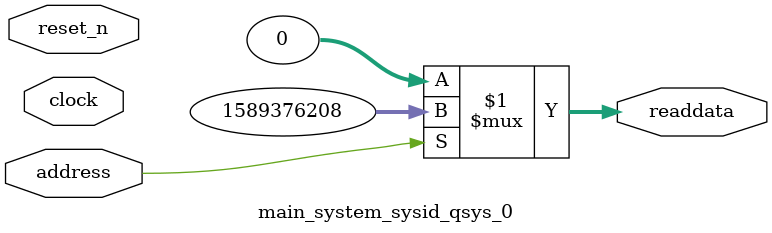
<source format=v>



// synthesis translate_off
`timescale 1ns / 1ps
// synthesis translate_on

// turn off superfluous verilog processor warnings 
// altera message_level Level1 
// altera message_off 10034 10035 10036 10037 10230 10240 10030 

module main_system_sysid_qsys_0 (
               // inputs:
                address,
                clock,
                reset_n,

               // outputs:
                readdata
             )
;

  output  [ 31: 0] readdata;
  input            address;
  input            clock;
  input            reset_n;

  wire    [ 31: 0] readdata;
  //control_slave, which is an e_avalon_slave
  assign readdata = address ? 1589376208 : 0;

endmodule



</source>
